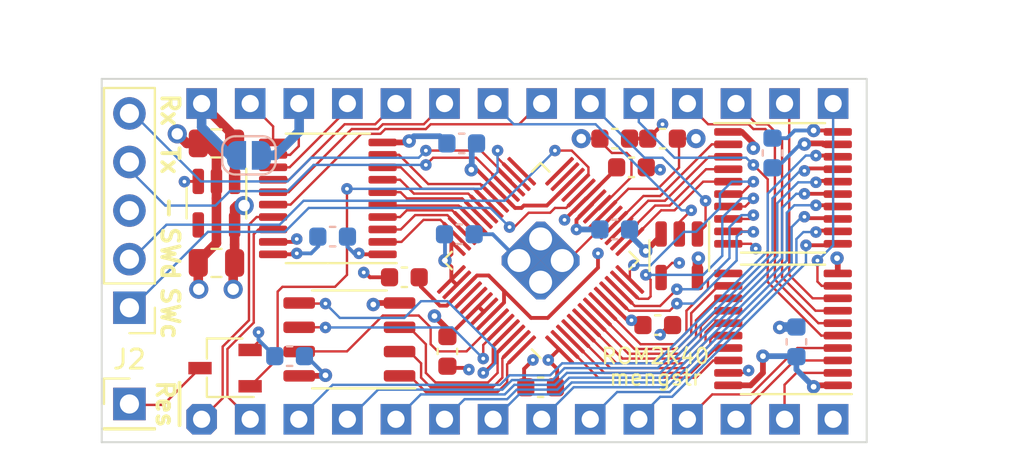
<source format=kicad_pcb>
(kicad_pcb (version 20211014) (generator pcbnew)
  (layers (0 "F.Cu" signal) (1 "In1.Cu" signal) (2 "In2.Cu" signal) (31 "B.Cu" signal) (34 "B.Paste" user) (35 "F.Paste" user) (36 "B.SilkS" user "B.Silkscreen") (37 "F.SilkS" user "F.Silkscreen") (38 "B.Mask" user) (39 "F.Mask" user) (44 "Edge.Cuts" user))
  (net 0 "")
  (net 1 "/eA13")
  (net 2 "/eD2")
  (net 3 "/eD1")
  (net 4 "Net-(J1-Pad5)")
  (net 5 "/eD0")
  (net 6 "+5V")
  (net 7 "+3V3")
  (net 8 "/eD7")
  (net 9 "Net-(J1-Pad4)")
  (net 10 "/eD6")
  (net 11 "/eD5")
  (net 13 "/eD4")
  (net 14 "/eD3")
  (net 15 "/iD3")
  (net 16 "/iD4")
  (net 17 "/iD5")
  (net 18 "/iD6")
  (net 19 "/iD7")
  (net 20 "/iD0")
  (net 21 "/iD1")
  (net 22 "/iD2")
  (net 23 "/~{DBE}")
  (net 24 "/iA7")
  (net 25 "Net-(U7-Pad51)")
  (net 26 "Net-(U7-Pad52)")
  (net 27 "Net-(U7-Pad53)")
  (net 28 "Net-(U7-Pad55)")
  (net 29 "Net-(U7-Pad56)")
  (net 30 "Net-(U7-Pad54)")
  (net 31 "/VREG_OUT")
  (net 32 "/iA6")
  (net 33 "/iA5")
  (net 34 "/iA4")
  (net 35 "/iA3")
  (net 36 "/iA2")
  (net 37 "/iA1")
  (net 38 "/iA0")
  (net 39 "/eA0")
  (net 40 "/eA1")
  (net 41 "/eA2")
  (net 45 "/eA3")
  (net 46 "/eA4")
  (net 47 "/eA5")
  (net 48 "/eA6")
  (net 49 "/eA7")
  (net 50 "/eA15")
  (net 51 "/eA12")
  (net 52 "/~{CE}")
  (net 53 "/eA10")
  (net 54 "/~{OE}")
  (net 55 "/eA11")
  (net 56 "/eA9")
  (net 57 "/eA8")
  (net 58 "/eA14")
  (net 59 "/iA15")
  (net 60 "/iA14")
  (net 61 "/iA13")
  (net 62 "/iA8")
  (net 63 "/iA9")
  (net 64 "/SWDIO")
  (net 65 "/SWCLK")
  (net 66 "/iA11")
  (net 67 "/iA12")
  (net 68 "/iA10")
  (net 71 "Net-(12HMz1-Pad2)")
  (net 72 "Net-(12HMz1-Pad1)")
  (net 73 "Net-(J2-Pad1)")
  (net 74 "Net-(Q1-Pad1)")
  (net 75 "GND")
  (footprint "Capacitor_SMD:C_0603_1608Metric" (layer "F.Cu") (at 139.5 52.625)
    (fp_text reference "C3" hide)
    (fp_text value "22p")
  )
  (footprint "Package_SO:TSSOP-20_4.4x6.5mm_P0.65mm" (layer "F.Cu") (at 145.8 55.2)
    (fp_text reference "U2" hide)
    (fp_text value "74LVC245")
  )
  (footprint "Package_TO_SOT_SMD:SOT-23-5" (layer "F.Cu") (at 116.175 56 -90)
    (fp_text reference "U6" hide)
    (fp_text value "TLV70233_SOT23-5")
  )
  (footprint "Package_TO_SOT_SMD:TSOT-23-5" (layer "F.Cu") (at 140.375 58.75 -90)
    (fp_text reference "U4" hide)
    (fp_text value "74AHC1G32")
  )
  (footprint "Capacitor_SMD:C_0603_1608Metric" (layer "F.Cu") (at 126 59.875 180)
    (fp_text reference "C15" hide)
    (fp_text value "1u")
  )
  (footprint "Capacitor_SMD:C_0805_2012Metric" (layer "F.Cu") (at 116.175 59.125 180)
    (fp_text reference "C2" hide)
    (fp_text value "10u")
  )
  (footprint "Capacitor_SMD:C_0603_1608Metric" (layer "F.Cu") (at 128.25 63.75 -90)
    (fp_text reference "C7" hide)
    (fp_text value "100n")
  )
  (footprint "Package_SO:TSSOP-20_4.4x6.5mm_P0.65mm" (layer "F.Cu") (at 145.8 62.6 180)
    (fp_text reference "U1" hide)
    (fp_text value "74AHCT245")
  )
  (footprint "Package_SO:TSSOP-20_4.4x6.5mm_P0.65mm" (layer "F.Cu") (at 122 55.75 180)
    (fp_text reference "U3" hide)
    (fp_text value "74LVC245")
  )
  (footprint "Package_SO:SOP-8_3.9x4.9mm_P1.27mm" (layer "F.Cu") (at 123.125 63.125 180)
    (fp_text reference "U8" hide)
    (fp_text value "SO-8 Flash")
  )
  (footprint "Connector_PinHeader_2.54mm:PinHeader_1x05_P2.54mm_Vertical" (layer "F.Cu") (at 111.625 61.468 180)
    (fp_text reference "J1" hide)
    (fp_text value "Conn_01x05_Male")
  )
  (footprint "Package_DFN_QFN:QFN-56-1EP_7x7mm_P0.4mm_Pad3.2_Handsolder" (layer "F.Cu") (at 133.125 59 135)
    (fp_text reference "U7" hide)
    (fp_text value "RP2040")
  )
  (footprint "Capacitor_SMD:C_0603_1608Metric" (layer "F.Cu") (at 137.875 54.125)
    (fp_text reference "C10" hide)
    (fp_text value "100n")
  )
  (footprint "Capacitor_SMD:C_0603_1608Metric" (layer "F.Cu") (at 133.125 65.625 180)
    (fp_text reference "C16" hide)
    (fp_text value "1u")
  )
  (footprint "Package_DIP:DIP-28_Piggyback" (layer "F.Cu") (at 132 59 90)
    (fp_text reference "J3" hide)
    (fp_text value "2x14 pinheader")
  )
  (footprint "Capacitor_SMD:C_0805_2012Metric" (layer "F.Cu") (at 116.175 52.875 180)
    (fp_text reference "C1" hide)
    (fp_text value "10u")
  )
  (footprint "Package_TO_SOT_SMD:TSOT-23" (layer "F.Cu") (at 116.625 64.625 180)
    (fp_text reference "Q1" hide)
    (fp_text value "DMG2302U")
  )
  (footprint "Capacitor_SMD:C_0603_1608Metric" (layer "F.Cu") (at 137 52.625 180)
    (fp_text reference "C4" hide)
    (fp_text value "22p")
  )
  (footprint "Capacitor_SMD:C_0603_1608Metric" (layer "F.Cu") (at 139.25 62.375)
    (fp_text reference "C11" hide)
    (fp_text value "100n")
  )
  (footprint "Connector_PinHeader_2.54mm:PinHeader_1x01_P2.54mm_Vertical" (layer "F.Cu") (at 111.625 66.5)
    (fp_text reference "J2")
    (fp_text value "~{Reset_Out}")
  )
  (footprint "Capacitor_SMD:C_0603_1608Metric" (layer "B.Cu") (at 120 64 180)
    (fp_text reference "C14" hide)
    (fp_text value "100n" hide)
  )
  (footprint "Capacitor_SMD:C_0603_1608Metric" (layer "B.Cu") (at 128.875 57.625)
    (fp_text reference "C9" hide)
    (fp_text value "100n" hide)
  )
  (footprint "Capacitor_SMD:C_0603_1608Metric" (layer "B.Cu") (at 146.5 63.25 90)
    (fp_text reference "C12" hide)
    (fp_text value "100n" hide)
  )
  (footprint "Jumper:SolderJumper-2_P1.3mm_Open_RoundedPad1.0x1.5mm" (layer "B.Cu") (at 117.875 53.5)
    (fp_text reference "JP1" hide)
    (fp_text value "SolderJumper_2_Open")
  )
  (footprint "Capacitor_SMD:C_0603_1608Metric" (layer "B.Cu") (at 137 57.375)
    (fp_text reference "C5" hide)
    (fp_text value "100n" hide)
  )
  (footprint "Capacitor_SMD:C_0603_1608Metric" (layer "B.Cu") (at 145.25 53.375 -90)
    (fp_text reference "C6" hide)
    (fp_text value "100n" hide)
  )
  (footprint "Capacitor_SMD:C_0603_1608Metric" (layer "B.Cu") (at 129 52.875 180)
    (fp_text reference "C8" hide)
    (fp_text value "100n" hide)
  )
  (footprint "Capacitor_SMD:C_0603_1608Metric" (layer "B.Cu") (at 122.25 57.75)
    (fp_text reference "C13" hide)
    (fp_text value "100n" hide)
  )
  (gr_line (start 150.175 68.5) (end 150.175 49.5) (layer "Edge.Cuts") (width 0.1))
  (gr_line (start 110.175 68.5) (end 150.175 68.5) (layer "Edge.Cuts") (width 0.1))
  (gr_line (start 150.175 49.5) (end 110.175 49.5) (layer "Edge.Cuts") (width 0.1))
  (gr_line (start 110.175 49.5) (end 110.175 68.5) (layer "Edge.Cuts") (width 0.1))
  (gr_text "Tx" (at 113.75 53.75 270) (layer "F.SilkS") (effects (font (size 0.9 0.9) (thickness 0.2))))
  (gr_text "Rx" (at 113.75 51.125 270) (layer "F.SilkS") (effects (font (size 0.9 0.9) (thickness 0.2))))
  (gr_text "SWd" (at 113.75 58.625 270) (layer "F.SilkS") (effects (font (size 0.9 0.9) (thickness 0.2))))
  (gr_text "SWc" (at 113.75 61.75 270) (layer "F.SilkS") (effects (font (size 0.9 0.9) (thickness 0.2))))
  (gr_text "mengstr" (at 139.125 65.125) (layer "F.SilkS") (effects (font (size 0.8 0.8) (thickness 0.12))))
  (gr_text "~{Res}" (at 113.5 66.5 270) (layer "F.SilkS") (effects (font (size 0.9 0.9) (thickness 0.2))))
  (gr_text "-" (at 113.75 56.25 270) (layer "F.SilkS") (effects (font (size 0.9 0.9) (thickness 0.2))))
  (gr_text "ROM2K40" (at 139.125 64) (layer "F.SilkS") (effects (font (size 0.8 0.8) (thickness 0.12))))
  (segment (start 120.48 53.02) (end 120.48 50.79) (width 0.125) (layer "F.Cu") (net 1))
  (segment (start 120.025 53.475) (end 120.48 53.02) (width 0.125) (layer "F.Cu") (net 1))
  (segment (start 119.1375 53.475) (end 120.025 53.475) (width 0.125) (layer "F.Cu") (net 1))
  (segment (start 119.25 53.5) (end 120.5 52.25) (width 0.5) (layer "B.Cu") (net 1))
  (segment (start 118.525 53.5) (end 119.25 53.5) (width 0.5) (layer "B.Cu") (net 1))
  (segment (start 120.5 52.25) (end 120.5 50.81) (width 0.5) (layer "B.Cu") (net 1))
  (segment (start 145.88 65.495) (end 146.5 64.875) (width 0.125) (layer "F.Cu") (net 2))
  (segment (start 146.5 64.875) (end 148.6625 64.875) (width 0.125) (layer "F.Cu") (net 2))
  (segment (start 145.88 67.3) (end 145.88 65.495) (width 0.125) (layer "F.Cu") (net 2))
  (segment (start 143.34 67.285) (end 146.4 64.225) (width 0.125) (layer "F.Cu") (net 3))
  (segment (start 146.4 64.225) (end 148.6625 64.225) (width 0.125) (layer "F.Cu") (net 3))
  (segment (start 130 53.25) (end 127.125 53.25) (width 0.125) (layer "F.Cu") (net 4))
  (segment (start 131.569365 54.898781) (end 131.569365 54.819365) (width 0.125) (layer "F.Cu") (net 4))
  (segment (start 131 54.25) (end 130 53.25) (width 0.125) (layer "F.Cu") (net 4))
  (segment (start 131.569365 54.819365) (end 131 54.25) (width 0.125) (layer "F.Cu") (net 4))
  (via (at 127.125 53.25) (size 0.6) (drill 0.2) (layers "F.Cu" "B.Cu") (net 4))
  (segment (start 126.75 53.625) (end 121.125 53.625) (width 0.125) (layer "B.Cu") (net 4))
  (segment (start 127.125 53.25) (end 126.75 53.625) (width 0.125) (layer "B.Cu") (net 4))
  (segment (start 121.125 53.625) (end 121.125 53.627) (width 0.125) (layer "B.Cu") (net 4))
  (segment (start 115.364 54.864) (end 111.808 51.308) (width 0.125) (layer "B.Cu") (net 4))
  (segment (start 121.125 53.627) (end 119.888 54.864) (width 0.125) (layer "B.Cu") (net 4))
  (segment (start 119.888 54.864) (end 115.364 54.864) (width 0.125) (layer "B.Cu") (net 4))
  (segment (start 142.1 66) (end 144.125 66) (width 0.125) (layer "F.Cu") (net 5))
  (segment (start 146.55 63.575) (end 148.6625 63.575) (width 0.125) (layer "F.Cu") (net 5))
  (segment (start 144.125 66) (end 146.55 63.575) (width 0.125) (layer "F.Cu") (net 5))
  (segment (start 140.8 67.3) (end 142.1 66) (width 0.125) (layer "F.Cu") (net 5))
  (segment (start 147.475 65.525) (end 147.4 65.6) (width 0.2) (layer "F.Cu") (net 6))
  (segment (start 115.225 54.8625) (end 114.4375 54.8625) (width 0.15) (layer "F.Cu") (net 6))
  (segment (start 144.1 65.525) (end 144.75 64.875) (width 0.3) (layer "F.Cu") (net 6))
  (segment (start 148.6625 65.525) (end 147.475 65.525) (width 0.3) (layer "F.Cu") (net 6))
  (segment (start 117.125 52.515) (end 115.4 50.79) (width 0.5) (layer "F.Cu") (net 6))
  (segment (start 144.75 64.875) (end 144.75 64) (width 0.3) (layer "F.Cu") (net 6))
  (segment (start 142.9375 65.525) (end 144.1 65.525) (width 0.3) (layer "F.Cu") (net 6))
  (segment (start 141.325 59.8875) (end 141.325 58.925) (width 0.5) (layer "F.Cu") (net 6))
  (segment (start 117.125 54.8625) (end 117.125 52.9625) (width 0.5) (layer "F.Cu") (net 6))
  (segment (start 141.325 58.925) (end 141.375 58.875) (width 0.5) (layer "F.Cu") (net 6))
  (via (at 144.75 64) (size 0.7) (drill 0.3) (layers "F.Cu" "B.Cu") (net 6))
  (via (at 147.4 65.6) (size 0.7) (drill 0.3) (layers "F.Cu" "B.Cu") (net 6))
  (via (at 141.375 58.875) (size 0.7) (drill 0.3) (layers "F.Cu" "B.Cu") (net 6))
  (via (at 114.5 54.875) (size 0.6) (drill 0.2) (layers "F.Cu" "B.Cu") (net 6))
  (segment (start 117.225 53.5) (end 116.875 53.5) (width 0.5) (layer "B.Cu") (net 6))
  (segment (start 115.4 52.025) (end 115.4 50.79) (width 0.5) (layer "B.Cu") (net 6))
  (segment (start 144.75 64) (end 146.475 64) (width 0.3) (layer "B.Cu") (net 6))
  (segment (start 146.5 64.025) (end 146.5 64.7) (width 0.3) (layer "B.Cu") (net 6))
  (segment (start 146.5 64.7) (end 147.4 65.6) (width 0.3) (layer "B.Cu") (net 6))
  (segment (start 116.875 53.5) (end 115.4 52.025) (width 0.5) (layer "B.Cu") (net 6))
  (segment (start 131.005885 55.464466) (end 131.791419 56.25) (width 0.2) (layer "F.Cu") (net 7))
  (segment (start 119.1375 58.675) (end 120.075 58.675) (width 0.2) (layer "F.Cu") (net 7))
  (segment (start 132.125 56.25) (end 132.25 56.125) (width 0.2) (layer "F.Cu") (net 7))
  (segment (start 135.812006 56.062994) (end 135.812006 56.030152) (width 0.2) (layer "F.Cu") (net 7))
  (segment (start 128.125 59) (end 128.458095 59.333095) (width 0.2) (layer "F.Cu") (net 7))
  (segment (start 147.4 52.2) (end 148.5875 52.2) (width 0.2) (layer "F.Cu") (net 7))
  (segment (start 120.075 58.675) (end 120.125 58.625) (width 0.2) (layer "F.Cu") (net 7))
  (segment (start 120.125 58.625) (end 120.375 58.625) (width 0.2) (layer "F.Cu") (net 7))
  (segment (start 128.25 62.8875) (end 128.25 62.575) (width 0.2) (layer "F.Cu") (net 7))
  (segment (start 117.125 59.0375) (end 117.125 58.175) (width 0.5) (layer "F.Cu") (net 7))
  (segment (start 117.125 56.25) (end 117.125 57.1375) (width 0.5) (layer "F.Cu") (net 7))
  (segment (start 133.451182 56.125) (end 134.677401 54.898781) (width 0.2) (layer "F.Cu") (net 7))
  (segment (start 130.155152 61.687006) (end 129.872309 61.404163) (width 0.2) (layer "F.Cu") (net 7))
  (segment (start 134.677401 54.898781) (end 134.680635 54.898781) (width 0.2) (layer "F.Cu") (net 7))
  (segment (start 134.058095 63.666905) (end 133.525 64.2) (width 0.2) (layer "F.Cu") (net 7))
  (segment (start 131.00368 55.462347) (end 131.00368 55.464466) (width 0.2) (layer "F.Cu") (net 7))
  (segment (start 135 56.875) (end 135.812006 56.062994) (width 0.2) (layer "F.Cu") (net 7))
  (segment (start 117.125 57.1375) (end 117.125 58.175) (width 0.5) (layer "F.Cu") (net 7))
  (segment (start 121.845 65.03) (end 121.875 65) (width 0.125) (layer "F.Cu") (net 7))
  (segment (start 138.125 62.375) (end 137.875 62.125) (width 0.2) (layer "F.Cu") (net 7))
  (segment (start 117.625 56.125) (end 117.25 56.125) (width 0.5) (layer "F.Cu") (net 7))
  (segment (start 131.791419 56.25) (end 132.125 56.25) (width 0.2) (layer "F.Cu") (net 7))
  (segment (start 135 57.375) (end 135 56.875) (width 0.2) (layer "F.Cu") (net 7))
  (segment (start 128.301472 62.975) (end 129.872309 61.404163) (width 0.2) (layer "F.Cu") (net 7))
  (segment (start 128.458095 58.666905) (end 128.458095 58.010051) (width 0.2) (layer "F.Cu") (net 7))
  (segment (start 131.00368 55.464466) (end 131.005885 55.464466) (width 0.2) (layer "F.Cu") (net 7))
  (segment (start 117.25 56.125) (end 117.125 56.25) (width 0.5) (layer "F.Cu") (net 7))
  (segment (start 133.9875 65.2) (end 133.9875 64.6625) (width 0.2) (layer "F.Cu") (net 7))
  (segment (start 129.5 54.25) (end 129.791333 54.25) (width 0.2) (layer "F.Cu") (net 7))
  (segment (start 136.664235 61.12132) (end 137.667915 62.125) (width 0.2) (layer "F.Cu") (net 7))
  (segment (start 128.740938 60.272792) (end 128.458095 59.989949) (width 0.2) (layer "F.Cu") (net 7))
  (segment (start 128.125 59) (end 128.458095 58.666905) (width 0.2) (layer "F.Cu") (net 7))
  (segment (start 117.05 60.375) (end 117.05 59.1125) (width 0.5) (layer "F.Cu") (net 7))
  (segment (start 134.114949 63.666905) (end 134.058095 63.666905) (width 0.2) (layer "F.Cu") (net 7))
  (segment (start 120.5 65.03) (end 121.845 65.03) (width 0.3) (layer "F.Cu") (net 7))
  (segment (start 137.667915 62.125) (end 137.875 62.125) (width 0.2) (layer "F.Cu") (net 7))
  (segment (start 128.25 62.575) (end 127.575 61.9) (width 0.3) (layer "F.Cu") (net 7))
  (segment (start 133.9875 64.6625) (end 133.525 64.2) (width 0.2) (layer "F.Cu") (net 7))
  (segment (start 136.660534 61.12132) (end 136.664235 61.12132) (width 0.2) (layer "F.Cu") (net 7))
  (segment (start 128.458095 59.333095) (end 128.458095 59.989949) (width 0.2) (layer "F.Cu") (net 7))
  (segment (start 132.25 56.125) (end 133.451182 56.125) (width 0.2) (layer "F.Cu") (net 7))
  (segment (start 129.791333 54.25) (end 131.00368 55.462347) (width 0.2) (layer "F.Cu") (net 7))
  (via (at 120.375 58.625) (size 0.6) (drill 0.2) (layers "F.Cu" "B.Cu") (net 7))
  (via (at 129.5 54.25) (size 0.7) (drill 0.3) (layers "F.Cu" "B.Cu") (net 7))
  (via (at 135 57.375) (size 0.6) (drill 0.2) (layers "F.Cu" "B.Cu") (net 7))
  (via (at 128.125 59) (size 0.7) (drill 0.3) (layers "F.Cu" "B.Cu") (net 7))
  (via (at 147.4 52.2) (size 0.7) (drill 0.3) (layers "F.Cu" "B.Cu") (net 7))
  (via (at 121.875 65) (size 0.7) (drill 0.3) (layers "F.Cu" "B.Cu") (net 7))
  (via (at 117.625 56.125) (size 1) (drill 0.6) (layers "F.Cu" "B.Cu") (net 7))
  (via (at 127.575 61.9) (size 0.7) (drill 0.3) (layers "F.Cu" "B.Cu") (net 7))
  (via (at 137.875 62.125) (size 0.6) (drill 0.2) (layers "F.Cu" "B.Cu") (net 7))
  (via (at 133.525 64.2) (size 0.6) (drill 0.2) (layers "F.Cu" "B.Cu") (net 7))
  (via (at 117.05 60.5) (size 1) (drill 0.6) (layers "F.Cu" "B.Cu") (net 7))
  (segment (start 128.125 59) (end 128.125 57.65) (width 0.2) (layer "B.Cu") (net 7))
  (segment (start 147.4 52.2) (end 146.4125 52.2) (width 0.2) (layer "B.Cu") (net 7))
  (segment (start 146.0125 52.6) (end 145.25 52.6) (width 0.2) (layer "B.Cu") (net 7))
  (segment (start 120.875 64) (end 121.875 65) (width 0.2) (layer "B.Cu") (net 7))
  (segment (start 129.525 53.125) (end 129.525 54.25) (width 0.3) (layer "B.Cu") (net 7))
  (segment (start 121.125 58.625) (end 121.5 58.25) (width 0.2) (layer "B.Cu") (net 7))
  (segment (start 121.5 58.25) (end 121.5 57.65) (width 0.2) (layer "B.Cu") (net 7))
  (segment (start 135 57.375) (end 136.225 57.375) (width 0.3) (layer "B.Cu") (net 7))
  (segment (start 120.375 58.625) (end 121.125 58.625) (width 0.2) (layer "B.Cu") (net 7))
  (segment (start 146.4125 52.2) (end 146.0125 52.6) (width 0.2) (layer "B.Cu") (net 7))
  (segment (start 145 60.125) (end 147.8 62.925) (width 0.125) (layer "F.Cu") (net 8))
  (segment (start 147.8 62.925) (end 148.6625 62.925) (width 0.125) (layer "F.Cu") (net 8))
  (segment (start 144.25 54) (end 145 54.75) (width 0.125) (layer "F.Cu") (net 8))
  (segment (start 145 54.75) (end 145 60.125) (width 0.125) (layer "F.Cu") (net 8))
  (via (at 144.25 54) (size 0.6) (drill 0.2) (layers "F.Cu" "B.Cu") (net 8))
  (segment (start 140.125 53.625) (end 138.26 51.76) (width 0.125) (layer "B.Cu") (net 8))
  (segment (start 143.875 53.625) (end 140.125 53.625) (width 0.125) (layer "B.Cu") (net 8))
  (segment (start 144.25 54) (end 143.875 53.625) (width 0.125) (layer "B.Cu") (net 8))
  (segment (start 138.26 51.76) (end 138.26 50.79) (width 0.125) (layer "B.Cu") (net 8))
  (segment (start 127.5 53.625) (end 127.125 54) (width 0.125) (layer "F.Cu") (net 9))
  (segment (start 129.75 53.625) (end 127.5 53.625) (width 0.125) (layer "F.Cu") (net 9))
  (segment (start 131.286522 55.161522) (end 129.75 53.625) (width 0.125) (layer "F.Cu") (net 9))
  (via (at 127.125 54) (size 0.6) (drill 0.2) (layers "F.Cu" "B.Cu") (net 9))
  (segment (start 121.25 54) (end 121.25 54.01) (width 0.125) (layer "B.Cu") (net 9))
  (segment (start 119.888 55.372) (end 116.878 55.372) (width 0.125) (layer "B.Cu") (net 9))
  (segment (start 116.125 56.125) (end 113.5 56.125) (width 0.125) (layer "B.Cu") (net 9))
  (segment (start 113.5 56.125) (end 111.76 54.385) (width 0.125) (layer "B.Cu") (net 9))
  (segment (start 127.125 54) (end 121.25 54) (width 0.125) (layer "B.Cu") (net 9))
  (segment (start 116.878 55.372) (end 116.125 56.125) (width 0.125) (layer "B.Cu") (net 9))
  (segment (start 121.25 54.01) (end 119.888 55.372) (width 0.125) (layer "B.Cu") (net 9))
  (segment (start 141.885 51.875) (end 140.8 50.79) (width 0.125) (layer "F.Cu") (net 10))
  (segment (start 145.375 52.625) (end 144.875 52.125) (width 0.125) (layer "F.Cu") (net 10))
  (segment (start 148.6625 62.275) (end 147.65 62.275) (width 0.125) (layer "F.Cu") (net 10))
  (segment (start 144 51.875) (end 141.885 51.875) (width 0.125) (layer "F.Cu") (net 10))
  (segment (start 145.375 60) (end 145.375 52.625) (width 0.125) (layer "F.Cu") (net 10))
  (segment (start 144.875 52.125) (end 144.25 52.125) (width 0.125) (layer "F.Cu") (net 10))
  (segment (start 147.65 62.275) (end 145.375 60) (width 0.125) (layer "F.Cu") (net 10))
  (segment (start 144.25 52.125) (end 144 51.875) (width 0.125) (layer "F.Cu") (net 10))
  (segment (start 145.75 59.875) (end 145.75 52.625) (width 0.125) (layer "F.Cu") (net 11))
  (segment (start 144.425 51.875) (end 143.34 50.79) (width 0.125) (layer "F.Cu") (net 11))
  (segment (start 148.6625 61.625) (end 147.5 61.625) (width 0.125) (layer "F.Cu") (net 11))
  (segment (start 147.5 61.625) (end 145.75 59.875) (width 0.125) (layer "F.Cu") (net 11))
  (segment (start 145 51.875) (end 144.425 51.875) (width 0.125) (layer "F.Cu") (net 11))
  (segment (start 145.75 52.625) (end 145 51.875) (width 0.125) (layer "F.Cu") (net 11))
  (segment (start 147.35 60.975) (end 146.125 59.75) (width 0.125) (layer "F.Cu") (net 13))
  (segment (start 148.6625 60.975) (end 147.35 60.975) (width 0.125) (layer "F.Cu") (net 13))
  (segment (start 146.125 59.75) (end 146.125 51.035) (width 0.125) (layer "F.Cu") (net 13))
  (segment (start 147.6 60.1) (end 147.6 59) (width 0.125) (layer "F.Cu") (net 14))
  (segment (start 148.6625 60.325) (end 147.825 60.325) (width 0.125) (layer "F.Cu") (net 14))
  (segment (start 147.825 60.325) (end 147.6 60.1) (width 0.125) (layer "F.Cu") (net 14))
  (via (at 147.6 59) (size 0.6) (drill 0.2) (layers "F.Cu" "B.Cu") (net 14))
  (segment (start 147.625 59) (end 148.42 58.205) (width 0.125) (layer "B.Cu") (net 14))
  (segment (start 148.42 58.205) (end 148.42 50.79) (width 0.125) (layer "B.Cu") (net 14))
  (segment (start 147.6 59) (end 147.625 59) (width 0.125) (layer "B.Cu") (net 14))
  (segment (start 138.348528 63.375) (end 136.377691 61.404163) (width 0.125) (layer "F.Cu") (net 15))
  (segment (start 140.75 62.75) (end 140.125 63.375) (width 0.125) (layer "F.Cu") (net 15))
  (segment (start 142.2 59.675) (end 141.875 60) (width 0.125) (layer "F.Cu") (net 15))
  (segment (start 140.75 61.625) (end 140.75 62.75) (width 0.125) (layer "F.Cu") (net 15))
  (segment (start 140.125 63.375) (end 138.348528 63.375) (width 0.125) (layer "F.Cu") (net 15))
  (segment (start 142.9375 59.675) (end 142.2 59.675) (width 0.125) (layer "F.Cu") (net 15))
  (segment (start 141.875 60.5) (end 140.75 61.625) (width 0.125) (layer "F.Cu") (net 15))
  (segment (start 141.875 60) (end 141.875 60.5) (width 0.125) (layer "F.Cu") (net 15))
  (segment (start 138.032842 63.625) (end 136.094848 61.687006) (width 0.125) (layer "F.Cu") (net 16))
  (segment (start 141 62.875) (end 140.25 63.625) (width 0.125) (layer "F.Cu") (net 16))
  (segment (start 141 61.75) (end 141 62.875) (width 0.125) (layer "F.Cu") (net 16))
  (segment (start 140.25 63.625) (end 138.032842 63.625) (width 0.125) (layer "F.Cu") (net 16))
  (segment (start 142.425 60.325) (end 141 61.75) (width 0.125) (layer "F.Cu") (net 16))
  (segment (start 141.25 62.125) (end 141.25 63) (width 0.125) (layer "F.Cu") (net 17))
  (segment (start 142.4 60.975) (end 141.25 62.125) (width 0.125) (layer "F.Cu") (net 17))
  (segment (start 140.375 63.875) (end 137.717158 63.875) (width 0.125) (layer "F.Cu") (net 17))
  (segment (start 141.25 63) (end 140.375 63.875) (width 0.125) (layer "F.Cu") (net 17))
  (segment (start 137.717158 63.875) (end 135.812006 61.969848) (width 0.125) (layer "F.Cu") (net 17))
  (segment (start 140.5 64.125) (end 137.401472 64.125) (width 0.125) (layer "F.Cu") (net 18))
  (segment (start 141.5 63.125) (end 140.5 64.125) (width 0.125) (layer "F.Cu") (net 18))
  (segment (start 137.401472 64.125) (end 135.529163 62.252691) (width 0.125) (layer "F.Cu") (net 18))
  (segment (start 142.3125 61.625) (end 141.5 62.4375) (width 0.125) (layer "F.Cu") (net 18))
  (segment (start 141.5 62.4375) (end 141.5 63.125) (width 0.125) (layer "F.Cu") (net 18))
  (segment (start 141.75 63.25) (end 140.625 64.375) (width 0.125) (layer "F.Cu") (net 19))
  (segment (start 142.225 62.275) (end 141.75 62.75) (width 0.125) (layer "F.Cu") (net 19))
  (segment (start 141.75 62.75) (end 141.75 63.25) (width 0.125) (layer "F.Cu") (net 19))
  (segment (start 140.625 64.375) (end 137.085786 64.375) (width 0.125) (layer "F.Cu") (net 19))
  (segment (start 142.9375 62.275) (end 142.225 62.275) (width 0.125) (layer "F.Cu") (net 19))
  (segment (start 137.085786 64.375) (end 135.24632 62.535534) (width 0.125) (layer "F.Cu") (net 19))
  (segment (start 142 63.125) (end 142.2 62.925) (width 0.125) (layer "F.Cu") (net 20))
  (segment (start 140.75 64.625) (end 136.770101 64.625) (width 0.125) (layer "F.Cu") (net 20))
  (segment (start 142 63.375) (end 142 63.125) (width 0.125) (layer "F.Cu") (net 20))
  (segment (start 140.75 64.625) (end 142 63.375) (width 0.125) (layer "F.Cu") (net 20))
  (segment (start 142.2 62.925) (end 142.9375 62.925) (width 0.125) (layer "F.Cu") (net 20))
  (segment (start 136.770101 64.625) (end 134.963478 62.818377) (width 0.125) (layer "F.Cu") (net 20))
  (segment (start 141 64.875) (end 136.454416 64.875) (width 0.125) (layer "F.Cu") (net 21))
  (segment (start 136.454416 64.875) (end 134.680635 63.101219) (width 0.125) (layer "F.Cu") (net 21))
  (segment (start 142.3 63.575) (end 141 64.875) (width 0.125) (layer "F.Cu") (net 21))
  (segment (start 141.25 65.125) (end 136.13873 65.125) (width 0.125) (layer "F.Cu") (net 22))
  (segment (start 142.15 64.225) (end 141.25 65.125) (width 0.125) (layer "F.Cu") (net 22))
  (segment (start 142.9375 64.225) (end 142.15 64.225) (width 0.125) (layer "F.Cu") (net 22))
  (segment (start 136.13873 65.125) (end 134.397792 63.384062) (width 0.125) (layer "F.Cu") (net 22))
  (segment (start 143.875 64.875) (end 144 64.75) (width 0.125) (layer "F.Cu") (net 23))
  (segment (start 140.375 59.125) (end 140 59.125) (width 0.125) (layer "F.Cu") (net 23))
  (segment (start 142.9375 64.875) (end 143.875 64.875) (width 0.125) (layer "F.Cu") (net 23))
  (segment (start 140 59.125) (end 139.425 59.7) (width 0.125) (layer "F.Cu") (net 23))
  (via (at 140.375 59.125) (size 0.6) (drill 0.2) (layers "F.Cu" "B.Cu") (net 23))
  (via (at 144 64.75) (size 0.6) (drill 0.2) (layers "F.Cu" "B.Cu") (net 23))
  (segment (start 136.963478 57.161522) (end 138.5 55.625) (width 0.125) (layer "F.Cu") (net 24))
  (segment (start 139.375 55.625) (end 142.075 52.925) (width 0.125) (layer "F.Cu") (net 24))
  (segment (start 142.075 52.925) (end 142.9375 52.925) (width 0.125) (layer "F.Cu") (net 24))
  (segment (start 138.5 55.625) (end 139.375 55.625) (width 0.125) (layer "F.Cu") (net 24))
  (segment (start 127.75 63.75) (end 127.375 63.375) (width 0.125) (layer "F.Cu") (net 25))
  (segment (start 127.375 62.5) (end 126.75 61.875) (width 0.125) (layer "F.Cu") (net 25))
  (segment (start 127.375 63.375) (end 127.375 62.5) (width 0.125) (layer "F.Cu") (net 25))
  (segment (start 123 63.75) (end 120.51 63.75) (width 0.125) (layer "F.Cu") (net 25))
  (segment (start 130.720837 62.279163) (end 129.25 63.75) (width 0.125) (layer "F.Cu") (net 25))
  (segment (start 126.75 61.875) (end 124.875 61.875) (width 0.125) (layer "F.Cu") (net 25))
  (segment (start 129.25 63.75) (end 127.75 63.75) (width 0.125) (layer "F.Cu") (net 25))
  (segment (start 124.875 61.875) (end 123 63.75) (width 0.125) (layer "F.Cu") (net 25))
  (segment (start 121.74 62.49) (end 121.75 62.5) (width 0.125) (layer "F.Cu") (net 26))
  (segment (start 121.75 62.5) (end 121.875 62.5) (width 0.125) (layer "F.Cu") (net 26))
  (segment (start 131.00368 62.535534) (end 130.125 63.414214) (width 0.125) (layer "F.Cu") (net 26))
  (segment (start 120.5 62.49) (end 121.74 62.49) (width 0.125) (layer "F.Cu") (net 26))
  (segment (start 130.125 63.414214) (end 130.125 64.125) (width 0.125) (layer "F.Cu") (net 26))
  (via (at 121.875 62.5) (size 0.6) (drill 0.2) (layers "F.Cu" "B.Cu") (net 26))
  (via (at 130.125 64.125) (size 0.6) (drill 0.2) (layers "F.Cu" "B.Cu") (net 26))
  (segment (start 128.5 62.5) (end 121.875 62.5) (width 0.125) (layer "B.Cu") (net 26))
  (segment (start 130.125 64.125) (end 128.5 62.5) (width 0.125) (layer "B.Cu") (net 26))
  (segment (start 121.875 61.25) (end 120.53 61.25) (width 0.125) (layer "F.Cu") (net 27))
  (segment (start 130.125 64.875) (end 130.625 64.375) (width 0.125) (layer "F.Cu") (net 27))
  (segment (start 130.625 64.375) (end 130.625 63.479899) (width 0.125) (layer "F.Cu") (net 27))
  (via (at 121.875 61.25) (size 0.6) (drill 0.2) (layers "F.Cu" "B.Cu") (net 27))
  (via (at 130.125 64.875) (size 0.6) (drill 0.2) (layers "F.Cu" "B.Cu") (net 27))
  (segment (start 130.125 64.875) (end 130.25 64.875) (width 0.125) (layer "B.Cu") (net 27))
  (segment (start 122.625 62) (end 121.875 61.25) (width 0.125) (layer "B.Cu") (net 27))
  (segment (start 126 62) (end 122.625 62) (width 0.125) (layer "B.Cu") (net 27))
  (segment (start 130.25 64.875) (end 130.75 64.375) (width 0.125) (layer "B.Cu") (net 27))
  (segment (start 130.75 63.625) (end 128.25 61.125) (width 0.125) (layer "B.Cu") (net 27))
  (segment (start 130.75 64.375) (end 130.75 63.625) (width 0.125) (layer "B.Cu") (net 27))
  (segment (start 126.875 61.125) (end 126 62) (width 0.125) (layer "B.Cu") (net 27))
  (segment (start 128.25 61.125) (end 126.875 61.125) (width 0.125) (layer "B.Cu") (net 27))
  (segment (start 131.125 65.125) (end 131.125 64.115659) (width 0.125) (layer "F.Cu") (net 28))
  (segment (start 126.26 63.76) (end 126.875 64.375) (width 0.125) (layer "F.Cu") (net 28))
  (segment (start 126.875 65.125) (end 127.375 65.625) (width 0.125) (layer "F.Cu") (net 28))
  (segment (start 130.625 65.625) (end 131.125 65.125) (width 0.125) (layer "F.Cu") (net 28))
  (segment (start 126.875 64.375) (end 126.875 65.125) (width 0.125) (layer "F.Cu") (net 28))
  (segment (start 131.125 64.115659) (end 131.852208 63.388451) (width 0.125) (layer "F.Cu") (net 28))
  (segment (start 127.375 65.625) (end 130.625 65.625) (width 0.125) (layer "F.Cu") (net 28))
  (segment (start 131.375 65.375) (end 130.875 65.875) (width 0.125) (layer "F.Cu") (net 29))
  (segment (start 132.133882 63.666905) (end 131.375 64.425787) (width 0.125) (layer "F.Cu") (net 29))
  (segment (start 130.875 65.875) (end 127.125 65.875) (width 0.125) (layer "F.Cu") (net 29))
  (segment (start 127.125 65.875) (end 126.28 65.03) (width 0.125) (layer "F.Cu") (net 29))
  (segment (start 131.375 64.425787) (end 131.375 65.375) (width 0.125) (layer "F.Cu") (net 29))
  (segment (start 130.375 65.375) (end 127.625 65.375) (width 0.125) (layer "F.Cu") (net 30))
  (segment (start 127.125 63.375) (end 126.24 62.49) (width 0.125) (layer "F.Cu") (net 30))
  (segment (start 127.625 65.375) (end 127.125 64.875) (width 0.125) (layer "F.Cu") (net 30))
  (segment (start 127.125 64.875) (end 127.125 63.375) (width 0.125) (layer "F.Cu") (net 30))
  (segment (start 130.875 64.875) (end 130.375 65.375) (width 0.125) (layer "F.Cu") (net 30))
  (segment (start 131.568219 63.101219) (end 130.875 63.794438) (width 0.125) (layer "F.Cu") (net 30))
  (segment (start 130.875 63.794438) (end 130.875 64.875) (width 0.125) (layer "F.Cu") (net 30))
  (segment (start 131.211778 61.195387) (end 130.437994 61.969171) (width 0.2) (layer "F.Cu") (net 31))
  (segment (start 135.502691 55.747309) (end 134.375 56.875) (width 0.2) (layer "F.Cu") (net 31))
  (segment (start 128.21937 61.359367) (end 127.859367 61.359367) (width 0.2) (layer "F.Cu") (net 31))
  (segment (start 127.859367 61.359367) (end 126.8625 60.3625) (width 0.2) (layer "F.Cu") (net 31))
  (segment (start 129.797564 59.781852) (end 129.023781 60.555635) (width 0.2) (layer "F.Cu") (net 31))
  (segment (start 129.797564 59.781852) (end 130.406852 59.781852) (width 0.2) (layer "F.Cu") (net 31))
  (segment (start 136.125 58.75) (end 136.125 58.625) (width 0.2) (layer "F.Cu") (net 31))
  (segment (start 131.211778 60.586778) (end 132.625 62) (width 0.2) (layer "F.Cu") (net 31))
  (segment (start 130.406852 59.781852) (end 130.425 59.8) (width 0.2) (layer "F.Cu") (net 31))
  (segment (start 133.5 62) (end 136.125 59.375) (width 0.2) (layer "F.Cu") (net 31))
  (segment (start 129.023102 60.555635) (end 128.21937 61.359367) (width 0.2) (layer "F.Cu") (net 31))
  (segment (start 136.125 59.375) (end 136.125 58.75) (width 0.2) (layer "F.Cu") (net 31))
  (segment (start 132.625 62) (end 133.5 62) (width 0.2) (layer "F.Cu") (net 31))
  (segment (start 135.529163 55.747309) (end 135.502691 55.747309) (width 0.2) (layer "F.Cu") (net 31))
  (segment (start 131.211778 60.586778) (end 131.211778 61.195387) (width 0.2) (layer "F.Cu") (net 31))
  (segment (start 130.425 59.8) (end 131.211778 60.586778) (width 0.2) (layer "F.Cu") (net 31))
  (segment (start 126.8625 60.3625) (end 126.8625 59.875) (width 0.2) (layer "F.Cu") (net 31))
  (segment (start 137.1 54.175793) (end 135.529163 55.74663) (width 0.2) (layer "F.Cu") (net 31))
  (via (at 136.125 58.625) (size 0.6) (drill 0.2) (layers "F.Cu" "B.Cu") (net 31))
  (via (at 134.375 56.875) (size 0.6) (drill 0.2) (layers "F.Cu" "B.Cu") (net 31))
  (segment (start 139.625 55.875) (end 138.75 55.875) (width 0.125) (layer "F.Cu") (net 32))
  (segment (start 141.925 53.575) (end 139.625 55.875) (width 0.125) (layer "F.Cu") (net 32))
  (segment (start 142.9375 53.575) (end 141.925 53.575) (width 0.125) (layer "F.Cu") (net 32))
  (segment (start 138.75 55.875) (end 137.226219 57.398781) (width 0.125) (layer "F.Cu") (net 32))
  (segment (start 139.875 56.125) (end 139.11127 56.125) (width 0.125) (layer "F.Cu") (net 33))
  (segment (start 142.9375 54.225) (end 141.775 54.225) (width 0.125) (layer "F.Cu") (net 33))
  (segment (start 141.775 54.225) (end 139.875 56.125) (width 0.125) (layer "F.Cu") (net 33))
  (segment (start 139.11127 56.125) (end 137.509062 57.727208) (width 0.125) (layer "F.Cu") (net 33))
  (segment (start 142.9375 54.875) (end 141.625 54.875) (width 0.125) (layer "F.Cu") (net 34))
  (segment (start 139.426956 56.375) (end 137.791905 58.010051) (width 0.125) (layer "F.Cu") (net 34))
  (segment (start 141.625 54.875) (end 140.125 56.375) (width 0.125) (layer "F.Cu") (net 34))
  (segment (start 140.125 56.375) (end 139.426956 56.375) (width 0.125) (layer "F.Cu") (net 34))
  (segment (start 137.791905 59.989949) (end 137.791905 59.458095) (width 0.125) (layer "F.Cu") (net 35))
  (segment (start 137.791905 59.458095) (end 138 59.25) (width 0.125) (layer "F.Cu") (net 35))
  (segment (start 143.6 55.525) (end 144.25 54.875) (width 0.125) (layer "F.Cu") (net 35))
  (via (at 144.25 54.875) (size 0.6) (drill 0.2) (layers "F.Cu" "B.Cu") (net 35))
  (via (at 138 59.25) (size 0.6) (drill 0.2) (layers "F.Cu" "B.Cu") (net 35))
  (segment (start 138.875 59.25) (end 140.625 57.5) (width 0.125) (layer "B.Cu") (net 35))
  (segment (start 143.125 54.875) (end 144.25 54.875) (width 0.125) (layer "B.Cu") (net 35))
  (segment (start 141.25 57.5) (end 142.5 56.25) (width 0.125) (layer "B.Cu") (net 35))
  (segment (start 142.5 56.25) (end 142.5 55.5) (width 0.125) (layer "B.Cu") (net 35))
  (segment (start 142.5 55.5) (end 143.125 54.875) (width 0.125) (layer "B.Cu") (net 35))
  (segment (start 138 59.25) (end 138.875 59.25) (width 0.125) (layer "B.Cu") (net 35))
  (segment (start 140.625 57.5) (end 141.25 57.5) (width 0.125) (layer "B.Cu") (net 35))
  (segment (start 138.25 61) (end 138.75 61) (width 0.125) (layer "F.Cu") (net 36))
  (segment (start 142.9375 56.175) (end 143.825 56.175) (width 0.125) (layer "F.Cu") (net 36))
  (segment (start 143.825 56.175) (end 144.25 55.75) (width 0.125) (layer "F.Cu") (net 36))
  (segment (start 138.875 60) (end 138.625 59.75) (width 0.125) (layer "F.Cu") (net 36))
  (segment (start 137.522792 60.272792) (end 138.25 61) (width 0.125) (layer "F.Cu") (net 36))
  (segment (start 138.75 61) (end 138.875 60.875) (width 0.125) (layer "F.Cu") (net 36))
  (segment (start 138.875 60.875) (end 138.875 60) (width 0.125) (layer "F.Cu") (net 36))
  (via (at 138.625 59.75) (size 0.6) (drill 0.2) (layers "F.Cu" "B.Cu") (net 36))
  (via (at 144.25 55.75) (size 0.6) (drill 0.2) (layers "F.Cu" "B.Cu") (net 36))
  (segment (start 142.625 58.75) (end 142.625 56.75) (width 0.125) (layer "B.Cu") (net 36))
  (segment (start 141.625 59.75) (end 142.625 58.75) (width 0.125) (layer "B.Cu") (net 36))
  (segment (start 138.625 59.75) (end 141.625 59.75) (width 0.125) (layer "B.Cu") (net 36))
  (segment (start 142.625 56.75) (end 143.625 55.75) (width 0.125) (layer "B.Cu") (net 36))
  (segment (start 143.625 55.75) (end 144.25 55.75) (width 0.125) (layer "B.Cu") (net 36))
  (segment (start 142.9375 56.825) (end 144.05 56.825) (width 0.125) (layer "F.Cu") (net 37))
  (segment (start 138.045584 61.375) (end 137.226219 60.555635) (width 0.125) (layer "F.Cu") (net 37))
  (segment (start 144.05 56.825) (end 144.25 56.625) (width 0.125) (layer "F.Cu") (net 37))
  (segment (start 140.25 60.5) (end 139.375 61.375) (width 0.125) (layer "F.Cu") (net 37))
  (segment (start 139.375 61.375) (end 138.045584 61.375) (width 0.125) (layer "F.Cu") (net 37))
  (via (at 144.25 56.625) (size 0.6) (drill 0.2) (layers "F.Cu" "B.Cu") (net 37))
  (via (at 140.25 60.5) (size 0.6) (drill 0.2) (layers "F.Cu" "B.Cu") (net 37))
  (segment (start 141.375 60.5) (end 143 58.875) (width 0.125) (layer "B.Cu") (net 37))
  (segment (start 140.25 60.5) (end 141.375 60.5) (width 0.125) (layer "B.Cu") (net 37))
  (segment (start 143 57.25) (end 143.625 56.625) (width 0.125) (layer "B.Cu") (net 37))
  (segment (start 143.625 56.625) (end 144.25 56.625) (width 0.125) (layer "B.Cu") (net 37))
  (segment (start 143 58.875) (end 143 57.25) (width 0.125) (layer "B.Cu") (net 37))
  (segment (start 140.25 61.25) (end 139.875 61.625) (width 0.125) (layer "F.Cu") (net 38))
  (segment (start 139.875 61.625) (end 137.75 61.625) (width 0.125) (layer "F.Cu") (net 38))
  (segment (start 137.75 61.625) (end 136.963478 60.838478) (width 0.125) (layer "F.Cu") (net 38))
  (segment (start 142.9375 57.475) (end 144.225 57.475) (width 0.125) (layer "F.Cu") (net 38))
  (segment (start 144.225 57.475) (end 144.25 57.5) (width 0.125) (layer "F.Cu") (net 38))
  (via (at 144.25 57.5) (size 0.6) (drill 0.2) (layers "F.Cu" "B.Cu") (net 38))
  (via (at 140.25 61.25) (size 0.6) (drill 0.2) (layers "F.Cu" "B.Cu") (net 38))
  (segment (start 141.125 61.25) (end 143.375 59) (width 0.125) (layer "B.Cu") (net 38))
  (segment (start 143.375 57.75) (end 143.625 57.5) (width 0.125) (layer "B.Cu") (net 38))
  (segment (start 143.625 57.5) (end 144.25 57.5) (width 0.125) (layer "B.Cu") (net 38))
  (segment (start 140.25 61.25) (end 141.125 61.25) (width 0.125) (layer "B.Cu") (net 38))
  (segment (start 143.375 59) (end 143.375 57.75) (width 0.125) (layer "B.Cu") (net 38))
  (segment (start 147 58.2) (end 148.5875 58.2) (width 0.2) (layer "F.Cu") (net 39))
  (via (at 147 58.2) (size 0.6) (drill 0.2) (layers "F.Cu" "B.Cu") (net 39))
  (segment (start 139.375 66.125) (end 140 66.125) (width 0.125) (layer "B.Cu") (net 39))
  (segment (start 140 66.125) (end 147 59.125) (width 0.125) (layer "B.Cu") (net 39))
  (segment (start 138.26 67.24) (end 139.375 66.125) (width 0.125) (layer "B.Cu") (net 39))
  (segment (start 147 59.125) (end 147 58.2) (width 0.125) (layer "B.Cu") (net 39))
  (segment (start 148.7825 57.435) (end 147.595 57.435) (width 0.2) (layer "F.Cu") (net 40))
  (segment (start 147.595 57.435) (end 147.52 57.51) (width 0.2) (layer "F.Cu") (net 40))
  (via (at 147.52 57.51) (size 0.6) (drill 0.2) (layers "F.Cu" "B.Cu") (net 40))
  (segment (start 137.125 65.875) (end 139.875 65.875) (width 0.125) (layer "B.Cu") (net 40))
  (segment (start 146.5 57.875) (end 146.865 57.51) (width 0.125) (layer "B.Cu") (net 40))
  (segment (start 139.875 65.875) (end 146.5 59.25) (width 0.125) (layer "B.Cu") (net 40))
  (segment (start 135.72 67.28) (end 137.125 65.875) (width 0.125) (layer "B.Cu") (net 40))
  (segment (start 146.5 59.25) (end 146.5 57.875) (width 0.125) (layer "B.Cu") (net 40))
  (segment (start 146.865 57.51) (end 147.52 57.51) (width 0.125) (layer "B.Cu") (net 40))
  (segment (start 146.995 56.785) (end 146.92 56.71) (width 0.2) (layer "F.Cu") (net 41))
  (segment (start 148.7825 56.785) (end 146.995 56.785) (width 0.2) (layer "F.Cu") (net 41))
  (via (at 146.92 56.71) (size 0.6) (drill 0.2) (layers "F.Cu" "B.Cu") (net 41))
  (segment (start 146.25 59.125) (end 146.25 57.25) (width 0.125) (layer "B.Cu") (net 41))
  (segment (start 139.75 65.625) (end 146.25 59.125) (width 0.125) (layer "B.Cu") (net 41))
  (segment (start 146.79 56.71) (end 146.92 56.71) (width 0.125) (layer "B.Cu") (net 41))
  (segment (start 146.25 57.25) (end 146.79 56.71) (width 0.125) (layer "B.Cu") (net 41))
  (segment (start 133.18 67.3) (end 134.855 65.625) (width 0.125) (layer "B.Cu") (net 41))
  (segment (start 134.855 65.625) (end 139.75 65.625) (width 0.125) (layer "B.Cu") (net 41))
  (segment (start 147.52 56.11) (end 148.7575 56.11) (width 0.2) (layer "F.Cu") (net 45))
  (via (at 147.52 56.11) (size 0.6) (drill 0.2) (layers "F.Cu" "B.Cu") (net 45))
  (segment (start 134.125 66) (end 134.75 65.375) (width 0.125) (layer "B.Cu") (net 45))
  (segment (start 146 56.5) (end 146.39 56.11) (width 0.125) (layer "B.Cu") (net 45))
  (segment (start 134.75 65.375) (end 139.625 65.375) (width 0.125) (layer "B.Cu") (net 45))
  (segment (start 139.625 65.375) (end 146 59) (width 0.125) (layer "B.Cu") (net 45))
  (segment (start 146 59) (end 146 56.5) (width 0.125) (layer "B.Cu") (net 45))
  (segment (start 132 66) (end 134.125 66) (width 0.125) (layer "B.Cu") (net 45))
  (segment (start 146.39 56.11) (end 147.52 56.11) (width 0.125) (layer "B.Cu") (net 45))
  (segment (start 130.7 67.3) (end 132 66) (width 0.125) (layer "B.Cu") (net 45))
  (segment (start 146.92 55.51) (end 148.7575 55.51) (width 0.2) (layer "F.Cu") (net 46))
  (via (at 146.92 55.51) (size 0.6) (drill 0.2) (layers "F.Cu" "B.Cu") (net 46))
  (segment (start 131.375 66.25) (end 131.875 65.75) (width 0.125) (layer "B.Cu") (net 46))
  (segment (start 128.1 67.3) (end 129.15 66.25) (width 0.125) (layer "B.Cu") (net 46))
  (segment (start 134 65.75) (end 134.625 65.125) (width 0.125) (layer "B.Cu") (net 46))
  (segment (start 131.875 65.75) (end 134 65.75) (width 0.125) (layer "B.Cu") (net 46))
  (segment (start 145.75 56.25) (end 146.49 55.51) (width 0.125) (layer "B.Cu") (net 46))
  (segment (start 139.5 65.125) (end 145.75 58.875) (width 0.125) (layer "B.Cu") (net 46))
  (segment (start 129.15 66.25) (end 131.375 66.25) (width 0.125) (layer "B.Cu") (net 46))
  (segment (start 145.75 58.875) (end 145.75 56.25) (width 0.125) (layer "B.Cu") (net 46))
  (segment (start 146.49 55.51) (end 146.92 55.51) (width 0.125) (layer "B.Cu") (net 46))
  (segment (start 134.625 65.125) (end 139.5 65.125) (width 0.125) (layer "B.Cu") (net 46))
  (segment (start 147.595 54.835) (end 148.7825 54.835) (width 0.2) (layer "F.Cu") (net 47))
  (segment (start 147.52 54.91) (end 147.595 54.835) (width 0.2) (layer "F.Cu") (net 47))
  (via (at 147.52 54.91) (size 0.6) (drill 0.2) (layers "F.Cu" "B.Cu") (net 47))
  (segment (start 146.59 54.91) (end 147.52 54.91) (width 0.125) (layer "B.Cu") (net 47))
  (segment (start 125.56 67.3) (end 126.86 66) (width 0.125) (layer "B.Cu") (net 47))
  (segment (start 131.25 66) (end 131.75 65.5) (width 0.125) (layer "B.Cu") (net 47))
  (segment (start 145.5 58.75) (end 145.5 56) (width 0.125) (layer "B.Cu") (net 47))
  (segment (start 133.875 65.5) (end 134.5 64.875) (width 0.125) (layer "B.Cu") (net 47))
  (segment (start 139.375 64.875) (end 145.5 58.75) (width 0.125) (layer "B.Cu") (net 47))
  (segment (start 134.5 64.875) (end 139.375 64.875) (width 0.125) (layer "B.Cu") (net 47))
  (segment (start 131.75 65.5) (end 133.875 65.5) (width 0.125) (layer "B.Cu") (net 47))
  (segment (start 126.86 66) (end 131.25 66) (width 0.125) (layer "B.Cu") (net 47))
  (segment (start 145.5 56) (end 146.59 54.91) (width 0.125) (layer "B.Cu") (net 47))
  (segment (start 146.92 54.31) (end 147.045 54.185) (width 0.2) (layer "F.Cu") (net 48))
  (segment (start 147.045 54.185) (end 148.7825 54.185) (width 0.2) (layer "F.Cu") (net 48))
  (via (at 146.92 54.31) (size 0.6) (drill 0.2) (layers "F.Cu" "B.Cu") (net 48))
  (segment (start 133.75 65.25) (end 134.375 64.625) (width 0.125) (layer "B.Cu") (net 48))
  (segment (start 131.625 65.25) (end 133.75 65.25) (width 0.125) (layer "B.Cu") (net 48))
  (segment (start 146.69 54.31) (end 146.92 54.31) (width 0.125) (layer "B.Cu") (net 48))
  (segment (start 124.625 65.75) (end 131.125 65.75) (width 0.125) (layer "B.Cu") (net 48))
  (segment (start 145.25 55.75) (end 146.69 54.31) (width 0.125) (layer "B.Cu") (net 48))
  (segment (start 145.25 58.625) (end 145.25 55.75) (width 0.125) (layer "B.Cu") (net 48))
  (segment (start 131.125 65.75) (end 131.625 65.25) (width 0.125) (layer "B.Cu") (net 48))
  (segment (start 139.25 64.625) (end 145.25 58.625) (width 0.125) (layer "B.Cu") (net 48))
  (segment (start 123.075 67.3) (end 124.625 65.75) (width 0.125) (layer "B.Cu") (net 48))
  (segment (start 134.375 64.625) (end 139.25 64.625) (width 0.125) (layer "B.Cu") (net 48))
  (segment (start 147.52 53.51) (end 148.7575 53.51) (width 0.2) (layer "F.Cu") (net 49))
  (via (at 147.52 53.51) (size 0.6) (drill 0.2) (layers "F.Cu" "B.Cu") (net 49))
  (segment (start 139.125 64.375) (end 145 58.5) (width 0.125) (layer "B.Cu") (net 49))
  (segment (start 131 65.5) (end 131.5 65) (width 0.125) (layer "B.Cu") (net 49))
  (segment (start 131.5 65) (end 133.625 65) (width 0.125) (layer "B.Cu") (net 49))
  (segment (start 145 58.5) (end 145 55.5) (width 0.125) (layer "B.Cu") (net 49))
  (segment (start 145 55.5) (end 146.99 53.51) (width 0.125) (layer "B.Cu") (net 49))
  (segment (start 133.625 65) (end 134.25 64.375) (width 0.125) (layer "B.Cu") (net 49))
  (segment (start 122.25 65.5) (end 131 65.5) (width 0.125) (layer "B.Cu") (net 49))
  (segment (start 146.99 53.51) (end 147.52 53.51) (width 0.125) (layer "B.Cu") (net 49))
  (segment (start 120.48 67.27) (end 122.25 65.5) (width 0.125) (layer "B.Cu") (net 49))
  (segment (start 134.25 64.375) (end 139.125 64.375) (width 0.125) (layer "B.Cu") (net 49))
  (segment (start 119.1375 56.725) (end 118.275 56.725) (width 0.125) (layer "F.Cu") (net 50))
  (segment (start 116.5 66.2) (end 115.4 67.3) (width 0.125) (layer "F.Cu") (net 50))
  (segment (start 116.5 63.5) (end 116.5 66.2) (width 0.125) (layer "F.Cu") (net 50))
  (segment (start 117.875 57.125) (end 117.875 62.125) (width 0.125) (layer "F.Cu") (net 50))
  (segment (start 118.275 56.725) (end 117.875 57.125) (width 0.125) (layer "F.Cu") (net 50))
  (segment (start 117.875 62.125) (end 116.5 63.5) (width 0.125) (layer "F.Cu") (net 50))
  (segment (start 119.1375 57.375) (end 118.375 57.375) (width 0.125) (layer "F.Cu") (net 51))
  (segment (start 118.125 57.625) (end 118.125 62.25) (width 0.125) (layer "F.Cu") (net 51))
  (segment (start 118.375 57.375) (end 118.125 57.625) (width 0.125) (layer "F.Cu") (net 51))
  (segment (start 118.125 62.25) (end 116.75 63.625) (width 0.125) (layer "F.Cu") (net 51))
  (segment (start 116.75 66.11) (end 117.5 66.86) (width 0.125) (layer "F.Cu") (net 51))
  (segment (start 116.75 63.625) (end 116.75 66.11) (width 0.125) (layer "F.Cu") (net 51))
  (segment (start 141.75 55.875) (end 141.75 57.1875) (width 0.125) (layer "F.Cu") (net 52))
  (segment (start 141.75 57.1875) (end 141.325 57.6125) (width 0.125) (layer "F.Cu") (net 52))
  (via (at 141.75 55.875) (size 0.6) (drill 0.2) (layers "F.Cu" "B.Cu") (net 52))
  (segment (start 138.555 53.625) (end 135.72 50.79) (width 0.125) (layer "B.Cu") (net 52))
  (segment (start 139.5 53.625) (end 138.555 53.625) (width 0.125) (layer "B.Cu") (net 52))
  (segment (start 141.75 55.875) (end 139.5 53.625) (width 0.125) (layer "B.Cu") (net 52))
  (segment (start 120.05 56.075) (end 123.75 52.375) (width 0.125) (layer "F.Cu") (net 53))
  (segment (start 125 52.125) (end 127.125 52.125) (width 0.125) (layer "F.Cu") (net 53))
  (segment (start 123.75 52.375) (end 124.75 52.375) (width 0.125) (layer "F.Cu") (net 53))
  (segment (start 127.125 52.125) (end 127.375 51.875) (width 0.125) (layer "F.Cu") (net 53))
  (segment (start 119.1375 56.075) (end 120.05 56.075) (width 0.125) (layer "F.Cu") (net 53))
  (segment (start 132 51.875) (end 133.085 50.79) (width 0.125) (layer "F.Cu") (net 53))
  (segment (start 127.375 51.875) (end 132 51.875) (width 0.125) (layer "F.Cu") (net 53))
  (segment (start 124.75 52.375) (end 125 52.125) (width 0.125) (layer "F.Cu") (net 53))
  (segment (start 140.375 57.6125) (end 140.375 57) (width 0.125) (layer "F.Cu") (net 54))
  (segment (start 140.375 57) (end 141 56.375) (width 0.125) (layer "F.Cu") (net 54))
  (via (at 141 56.375) (size 0.6) (drill 0.2) (layers "F.Cu" "B.Cu") (net 54))
  (segment (start 141 56.375) (end 140.5 56.375) (width 0.125) (layer "B.Cu") (net 54))
  (segment (start 131.725 51.875) (end 130.64 50.79) (width 0.125) (layer "B.Cu") (net 54))
  (segment (start 140.5 56.375) (end 136 51.875) (width 0.125) (layer "B.Cu") (net 54))
  (segment (start 136 51.875) (end 131.725 51.875) (width 0.125) (layer "B.Cu") (net 54))
  (segment (start 124.625 52.125) (end 124.875 51.875) (width 0.125) (layer "F.Cu") (net 55))
  (segment (start 124.875 51.875) (end 127.015 51.875) (width 0.125) (layer "F.Cu") (net 55))
  (segment (start 123.25 52.125) (end 124.625 52.125) (width 0.125) (layer "F.Cu") (net 55))
  (segment (start 119.95 55.425) (end 123.25 52.125) (width 0.125) (layer "F.Cu") (net 55))
  (segment (start 119.1375 55.425) (end 119.95 55.425) (width 0.125) (layer "F.Cu") (net 55))
  (segment (start 127.015 51.875) (end 128.1 50.79) (width 0.125) (layer "F.Cu") (net 55))
  (segment (start 122.875 51.875) (end 124.475 51.875) (width 0.125) (layer "F.Cu") (net 56))
  (segment (start 119.1375 54.775) (end 119.975 54.775) (width 0.125) (layer "F.Cu") (net 56))
  (segment (start 124.475 51.875) (end 125.56 50.79) (width 0.125) (layer "F.Cu") (net 56))
  (segment (start 119.975 54.775) (end 122.875 51.875) (width 0.125) (layer "F.Cu") (net 56))
  (segment (start 119.1375 54.125) (end 120 54.125) (width 0.125) (layer "F.Cu") (net 57))
  (segment (start 120 54.125) (end 123.02 51.105) (width 0.125) (layer "F.Cu") (net 57))
  (segment (start 119.1375 51.9875) (end 117.94 50.79) (width 0.125) (layer "F.Cu") (net 58))
  (segment (start 119.1375 52.825) (end 119.1375 51.9875) (width 0.125) (layer "F.Cu") (net 58))
  (segment (start 129.973528 55) (end 127.25 55) (width 0.125) (layer "F.Cu") (net 59))
  (segment (start 130.720837 55.747309) (end 129.973528 55) (width 0.125) (layer "F.Cu") (net 59))
  (segment (start 127.25 55) (end 125.725 53.475) (width 0.125) (layer "F.Cu") (net 59))
  (segment (start 125.725 53.475) (end 124.8625 53.475) (width 0.125) (layer "F.Cu") (net 59))
  (segment (start 130.405152 56.030152) (end 129.625 55.25) (width 0.125) (layer "F.Cu") (net 60))
  (segment (start 129.625 55.25) (end 126.9375 55.25) (width 0.125) (layer "F.Cu") (net 60))
  (segment (start 126.9375 55.25) (end 125.8125 54.125) (width 0.125) (layer "F.Cu") (net 60))
  (segment (start 125.8125 54.125) (end 124.8625 54.125) (width 0.125) (layer "F.Cu") (net 60))
  (segment (start 130.155152 56.312994) (end 129.342158 55.5) (width 0.125) (layer "F.Cu") (net 61))
  (segment (start 126.5 55.5) (end 125.775 54.775) (width 0.125) (layer "F.Cu") (net 61))
  (segment (start 125.775 54.775) (end 124.8625 54.775) (width 0.125) (layer "F.Cu") (net 61))
  (segment (start 129.342158 55.5) (end 126.5 55.5) (width 0.125) (layer "F.Cu") (net 61))
  (segment (start 124.8625 55.425) (end 125.8 55.425) (width 0.125) (layer "F.Cu") (net 62))
  (segment (start 125.8 55.425) (end 126.125 55.75) (width 0.125) (layer "F.Cu") (net 62))
  (segment (start 129.026472 55.75) (end 129.872309 56.595837) (width 0.125) (layer "F.Cu") (net 62))
  (segment (start 126.125 55.75) (end 129.026472 55.75) (width 0.125) (layer "F.Cu") (net 62))
  (segment (start 128.835786 56.125) (end 124.9125 56.125) (width 0.125) (layer "F.Cu") (net 63))
  (segment (start 129.589466 56.87868) (end 128.835786 56.125) (width 0.125) (layer "F.Cu") (net 63))
  (segment (start 133.875 53.25) (end 134.75 53.25) (width 0.125) (layer "F.Cu") (net 64))
  (segment (start 134.75 53.25) (end 135.625 54.125) (width 0.125) (layer "F.Cu") (net 64))
  (segment (start 135.625 54.5) (end 134.963478 55.161522) (width 0.125) (layer "F.Cu") (net 64))
  (segment (start 135.625 54.125) (end 135.625 54.5) (width 0.125) (layer "F.Cu") (net 64))
  (via (at 133.875 53.25) (size 0.6) (drill 0.2) (layers "F.Cu" "B.Cu") (net 64))
  (segment (start 113.563 57.125) (end 111.76 58.928) (width 0.125) (layer "B.Cu") (net 64))
  (segment (start 131.25 55.875) (end 120.731 55.875) (width 0.125) (layer "B.Cu") (net 64))
  (segment (start 120.731 55.875) (end 119.481 57.125) (width 0.125) (layer "B.Cu") (net 64))
  (segment (start 133.875 53.25) (end 131.25 55.875) (width 0.125) (layer "B.Cu") (net 64))
  (segment (start 119.481 57.125) (end 113.563 57.125) (width 0.125) (layer "B.Cu") (net 64))
  (segment (start 131.75 57.25) (end 131.5 57.25) (width 0.125) (layer "F.Cu") (net 65))
  (segment (start 133.625 56.5) (end 132.5 56.5) (width 0.125) (layer "F.Cu") (net 65))
  (segment (start 133.875 56.25) (end 133.625 56.5) (width 0.125) (layer "F.Cu") (net 65))
  (segment (start 134.460786 56.25) (end 133.875 56.25) (width 0.125) (layer "F.Cu") (net 65))
  (segment (start 132.5 56.5) (end 131.75 57.25) (width 0.125) (layer "F.Cu") (net 65))
  (segment (start 135.24632 55.464466) (end 134.460786 56.25) (width 0.125) (layer "F.Cu") (net 65))
  (via (at 131.5 57.25) (size 0.6) (drill 0.2) (layers "F.Cu" "B.Cu") (net 65))
  (segment (start 131.5 57.25) (end 130.5 56.25) (width 0.125) (layer "B.Cu") (net 65))
  (segment (start 121 56.25) (end 119.75 57.5) (width 0.125) (layer "B.Cu") (net 65))
  (segment (start 115.728 57.5) (end 111.76 61.468) (width 0.125) (layer "B.Cu") (net 65))
  (segment (start 130.5 56.25) (end 121 56.25) (width 0.125) (layer "B.Cu") (net 65))
  (segment (start 119.75 57.5) (end 115.728 57.5) (width 0.125) (layer "B.Cu") (net 65))
  (segment (start 128.5 56.375) (end 126.125 56.375) (width 0.125) (layer "F.Cu") (net 66))
  (segment (start 125.775 56.725) (end 124.8625 56.725) (width 0.125) (layer "F.Cu") (net 66))
  (segment (start 126.125 56.375) (end 125.775 56.725) (width 0.125) (layer "F.Cu") (net 66))
  (segment (start 129.286522 57.161522) (end 128.5 56.375) (width 0.125) (layer "F.Cu") (net 66))
  (segment (start 126.5625 56.625) (end 125.8125 57.375) (width 0.125) (layer "F.Cu") (net 67))
  (segment (start 128.25 56.625) (end 126.5625 56.625) (width 0.125) (layer "F.Cu") (net 67))
  (segment (start 125.8125 57.375) (end 124.8625 57.375) (width 0.125) (layer "F.Cu") (net 67))
  (segment (start 129.023781 57.398781) (end 128.25 56.625) (width 0.125) (layer "F.Cu") (net 67))
  (segment (start 125.85 58.025) (end 124.8625 58.025) (width 0.125) (layer "F.Cu") (net 68))
  (segment (start 128.740938 57.727208) (end 127.88873 56.875) (width 0.125) (layer "F.Cu") (net 68))
  (segment (start 127 56.875) (end 125.85 58.025) (width 0.125) (layer "F.Cu") (net 68))
  (segment (start 127.88873 56.875) (end 127 56.875) (width 0.125) (layer "F.Cu") (net 68))
  (segment (start 140.3625 52.625) (end 140.3625 54.1375) (width 0.125) (layer "F.Cu") (net 71))
  (segment (start 140.3625 54.1375) (end 139.25 55.25) (width 0.125) (layer "F.Cu") (net 71))
  (segment (start 139.25 55.25) (end 137.713809 55.25) (width 0.125) (layer "F.Cu") (net 71))
  (segment (start 140.275 52.625) (end 141.25 52.625) (width 0.125) (layer "F.Cu") (net 71))
  (segment (start 137.713809 55.25) (end 136.377691 56.586118) (width 0.125) (layer "F.Cu") (net 71))
  (via (at 141.25 52.625) (size 1) (drill 0.5) (layers "F.Cu" "B.Cu") (net 71))
  (segment (start 136.1 52.625) (end 135.25 52.625) (width 0.125) (layer "F.Cu") (net 72))
  (segment (start 137.875 54.625) (end 137.875 53.625) (width 0.125) (layer "F.Cu") (net 72))
  (segment (start 137.625 53.375) (end 136.85 53.375) (width 0.125) (layer "F.Cu") (net 72))
  (segment (start 136.85 53.375) (end 136.1 52.625) (width 0.125) (layer "F.Cu") (net 72))
  (segment (start 136.094848 56.312994) (end 136.187006 56.312994) (width 0.125) (layer "F.Cu") (net 72))
  (segment (start 136.187006 56.312994) (end 137.875 54.625) (width 0.125) (layer "F.Cu") (net 72))
  (segment (start 137.875 53.625) (end 137.625 53.375) (width 0.125) (layer "F.Cu") (net 72))
  (via (at 135.25 52.625) (size 1) (drill 0.5) (layers "F.Cu" "B.Cu") (net 72))
  (segment (start 113.392 66.548) (end 111.625 66.548) (width 0.125) (layer "F.Cu") (net 73))
  (segment (start 115.315 64.625) (end 113.392 66.548) (width 0.125) (layer "F.Cu") (net 73))
  (segment (start 130.875 53.25) (end 130.875 53.63873) (width 0.125) (layer "F.Cu") (net 74))
  (segment (start 122.375 60.375) (end 119.625 60.375) (width 0.125) (layer "F.Cu") (net 74))
  (segment (start 123 55.25) (end 123 59.75) (width 0.125) (layer "F.Cu") (net 74))
  (segment (start 123 59.75) (end 122.375 60.375) (width 0.125) (layer "F.Cu") (net 74))
  (segment (start 119.625 60.375) (end 119.375 60.625) (width 0.125) (layer "F.Cu") (net 74))
  (segment (start 130.875 53.63873) (end 131.852208 54.615938) (width 0.125) (layer "F.Cu") (net 74))
  (segment (start 119.375 60.625) (end 119.375 64.135) (width 0.125) (layer "F.Cu") (net 74))
  (segment (start 119.375 64.135) (end 117.935 65.575) (width 0.125) (layer "F.Cu") (net 74))
  (via (at 130.875 53.25) (size 0.6) (drill 0.2) (layers "F.Cu" "B.Cu") (net 74))
  (via (at 123 55.25) (size 0.6) (drill 0.2) (layers "F.Cu" "B.Cu") (net 74))
  (segment (start 123 55.25) (end 130 55.25) (width 0.125) (layer "B.Cu") (net 74))
  (segment (start 130.875 54.375) (end 130.875 53.25) (width 0.125) (layer "B.Cu") (net 74))
  (segment (start 130 55.25) (end 130.875 54.375) (width 0.125) (layer "B.Cu") (net 74))
  (segment (start 116.175 53.5) (end 116.175 54.8625) (width 0.5) (layer "F.Cu") (net 75))
  (segment (start 126.25 52.75) (end 126.175 52.825) (width 0.2) (layer "F.Cu") (net 75))
  (segment (start 138.65 54.25) (end 139.375 54.25) (width 0.2) (layer "F.Cu") (net 75))
  (segment (start 124.455 61.22) (end 124.375 61.3) (width 0.2) (layer "F.Cu") (net 75))
  (segment (start 144.25 53.125) (end 144.25 52.875) (width 0.3) (layer "F.Cu") (net 75))
  (segment (start 132.2625 64.6625) (end 132.725 64.2) (width 0.2) (layer "F.Cu") (net 75))
  (segment (start 139.875 62.375) (end 139.375 62.875) (width 0.2) (layer "F.Cu") (net 75))
  (segment (start 143.65 52.275) (end 142.9375 52.275) (width 0.3) (layer "F.Cu") (net 75))
  (segment (start 136.660534 56.888575) (end 134.549109 59) (width 0.125) (layer "F.Cu") (net 75))
  (segment (start 137.65 52.625) (end 138.75 52.625) (width 0.2) (layer "F.Cu") (net 75))
  (segment (start 138.625 58.5) (end 139.425 57.7) (width 0.3) (layer "F.Cu") (net 75))
  (segment (start 123.875 59.625) (end 123.95 59.625) (width 0.2) (layer "F.Cu") (net 75))
  (segment (start 142.9375 58.125) (end 144.125 58.125) (width 0.125) (layer "F.Cu") (net 75))
  (segment (start 116.175 55.75) (end 116.175 58.0875) (width 0.5) (layer "F.Cu") (net 75))
  (segment (start 144.25 52.875) (end 143.65 52.275) (width 0.3) (layer "F.Cu") (net 75))
  (segment (start 144.25 53.125) (end 144.125 53) (width 0.2) (layer "F.Cu") (net 75))
  (segment (start 123.95 59.625) (end 124.2 59.875) (width 0.2) (layer "F.Cu") (net 75))
  (segment (start 125.75 61.22) (end 124.455 61.22) (width 0.3) (layer "F.Cu") (net 75))
  (segment (start 118.375 63.235) (end 118.375 62.75) (width 0.125) (layer "F.Cu") (net 75))
  (segment (start 124.2 59.875) (end 125.1375 59.875) (width 0.2) (layer "F.Cu") (net 75))
  (segment (start 129.2875 64.6125) (end 129.375 64.7) (width 0.2) (layer "F.Cu") (net 75))
  (segment (start 115.225 60.475) (end 115.25 60.5) (width 0.5) (layer "F.Cu") (net 75))
  (segment (start 138.75 52.625) (end 139.5 51.875) (width 0.2) (layer "F.Cu") (net 75))
  (segment (start 117.935 63.675) (end 118.375 63.235) (width 0.125) (layer "F.Cu") (net 75))
  (segment (start 144.125 58.125) (end 144.375 58.375) (width 0.125) (layer "F.Cu") (net 75))
  (segment (start 120.225 58.025) (end 120.25 58) (width 0.2) (layer "F.Cu") (net 75))
  (segment (start 115.225 59.125) (end 115.225 60.475) (width 0.5) (layer "F.Cu") (net 75))
  (segment (start 148.6625 52.925) (end 147.925 52.925) (width 0.3) (layer "F.Cu") (net 75))
  (segment (start 132.2625 65.2) (end 132.2625 64.6625) (width 0.2) (layer "F.Cu") (net 75))
  (segment (start 148.6625 58.9125) (end 148.6625 59.675) (width 0.3) (layer "F.Cu") (net 75))
  (segment (start 147.875 52.875) (end 146.955 52.875) (width 0.3) (layer "F.Cu") (net 75))
  (segment (start 146.955 52.875) (end 146.92 52.91) (width 0.3) (layer "F.Cu") (net 75))
  (segment (start 123.675 58.675) (end 123.625 58.625) (width 0.2) (layer "F.Cu") (net 75))
  (segment (start 115.1375 52.875) (end 115.55 52.875) (width 0.5) (layer "F.Cu") (net 75))
  (segment (start 128.25 64.6125) (end 129.2875 64.6125) (width 0.2) (layer "F.Cu") (net 75))
  (segment (start 116.175 58.0875) (end 115.1375 59.125) (width 0.5) (layer "F.Cu") (net 75))
  (segment (start 114.125 52.375) (end 114.625 52.875) (width 0.5) (layer "F.Cu") (net 75))
  (segment (start 116.175 54.8625) (end 116.175 55.75) (width 0.5) (layer "F.Cu") (net 75))
  (segment (start 126.175 52.825) (end 124.8625 52.825) (width 0.3) (layer "F.Cu") (net 75))
  (segment (start 124.8625 58.675) (end 123.675 58.675) (width 0.2) (layer "F.Cu") (net 75))
  (segment (start 120.25 58) (end 120.375 57.875) (width 0.2) (layer "F.Cu") (net 75))
  (segment (start 148.625 58.875) (end 148.6625 58.9125) (width 0.2) (layer "F.Cu") (net 75))
  (segment (start 114.625 52.875) (end 115.225 52.875) (width 0.5) (layer "F.Cu") (net 75))
  (segment (start 147.925 52.925) (end 147.875 52.875) (width 0.3) (layer "F.Cu") (net 75))
  (segment (start 119.1375 58.025) (end 120.225 58.025) (width 0.2) (layer "F.Cu") (net 75))
  (segment (start 115.55 52.875) (end 116.175 53.5) (width 0.5) (layer "F.Cu") (net 75))
  (via (at 123.625 58.625) (size 0.6) (drill 0.2) (layers "F.Cu" "B.Cu") (net 75))
  (via (at 148.625 58.875) (size 0.7) (drill 0.3) (layers "F.Cu" "B.Cu") (net 75))
  (via (at 124.375 61.3) (size 0.7) (drill 0.3) (layers "F.Cu" "B.Cu") (net 75))
  (via (at 126.25 52.75) (size 0.7) (drill 0.3) (layers "F.Cu" "B.Cu") (net 75))
  (via (at 118.375 62.75) (size 0.6) (drill 0.2) (layers "F.Cu" "B.Cu") (net 75))
  (via (at 144.375 58.375) (size 0.6) (drill 0.2) (layers "F.Cu" "B.Cu") (net 75))
  (via (at 132.725 64.2) (size 0.6) (drill 0.2) (layers "F.Cu" "B.Cu") (net 75))
  (via (at 129.375 64.7) (size 0.6) (drill 0.2) (layers "F.Cu" "B.Cu") (net 75))
  (via (at 144.25 53.125) (size 0.7) (drill 0.3) (layers "F.Cu" "B.Cu") (net 75))
  (via (at 120.375 57.875) (size 0.6) (drill 0.2) (layers "F.Cu" "B.Cu") (net 75))
  (via (at 146.92 52.91) (size 0.7) (drill 0.3) (layers "F.Cu" "B.Cu") (net 75))
  (via (at 139.375 62.875) (size 0.6) (drill 0.2) (layers "F.Cu" "B.Cu") (net 75))
  (via (at 114.125 52.375) (size 1) (drill 0.6) (layers "F.Cu" "B.Cu") (net 75))
  (via (at 139.5 51.875) (size 0.6) (drill 0.2) (layers "F.Cu" "B.Cu") (net 75))
  (via (at 123.875 59.625) (size 0.6) (drill 0.2) (layers "F.Cu" "B.Cu") (net 75))
  (via (at 145.625 62.5) (size 0.7) (drill 0.3) (layers "F.Cu" "B.Cu") (net 75))
  (via (at 115.25 60.5) (size 1) (drill 0.6) (layers "F.Cu" "B.Cu") (net 75))
  (via (at 138.625 58.5) (size 0.7) (drill 0.3) (layers "F.Cu" "B.Cu") (net 75))
  (via (at 139.375 54.25) (size 0.6) (drill 0.2) (layers "F.Cu" "B.Cu") (net 75))
  (segment (start 129.65 57.625) (end 130.618629 57.625) (width 0.2) (layer "B.Cu") (net 75))
  (segment (start 145.725 53.9) (end 145.5 53.9) (width 0.2) (layer "B.Cu") (net 75))
  (segment (start 118.375 63.15) (end 118.375 62.75) (width 0.2) (layer "B.Cu") (net 75))
  (segment (start 146.92 52.91) (end 146.715 52.91) (width 0.2) (layer "B.Cu") (net 75))
  (segment (start 130.618629 57.625) (end 131.993629 59) (width 0.2) (layer "B.Cu") (net 75))
  (segment (start 145.65 62.475) (end 146.5 62.475) (width 0.5) (layer "B.Cu") (net 75))
  (segment (start 145.625 62.5) (end 145.65 62.475) (width 0.5) (layer "B.Cu") (net 75))
  (segment (start 146.715 52.91) (end 145.725 53.9) (width 0.2) (layer "B.Cu") (net 75))
  (segment (start 126.5 52.5) (end 126.25 52.75) (width 0.3) (layer "B.Cu") (net 75))
  (segment (start 123.025 58.275) (end 123.025 57.625) (width 0.2) (layer "B.Cu") (net 75))
  (segment (start 127.85 52.5) (end 126.5 52.5) (width 0.3) (layer "B.Cu") (net 75))
  (segment (start 123.375 58.625) (end 123.025 58.275) (width 0.2) (layer "B.Cu") (net 75))
  (segment (start 123.625 58.625) (end 123.375 58.625) (width 0.2) (layer "B.Cu") (net 75))
  (segment (start 119.225 64) (end 118.375 63.15) (width 0.2) (layer "B.Cu") (net 75))
  (segment (start 128.225 52.875) (end 127.85 52.5) (width 0.3) (layer "B.Cu") (net 75))
  (segment (start 138.625 58.5) (end 137.775 57.65) (width 0.3) (layer "B.Cu") (net 75))
)
</source>
